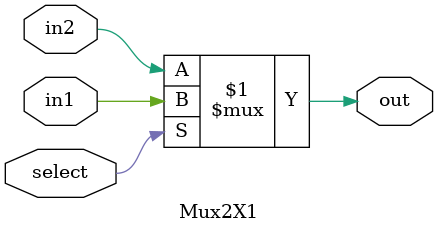
<source format=v>
module Mux2X1(input in2, in1, select, output out);

assign out = select ? in1 : in2;

endmodule

</source>
